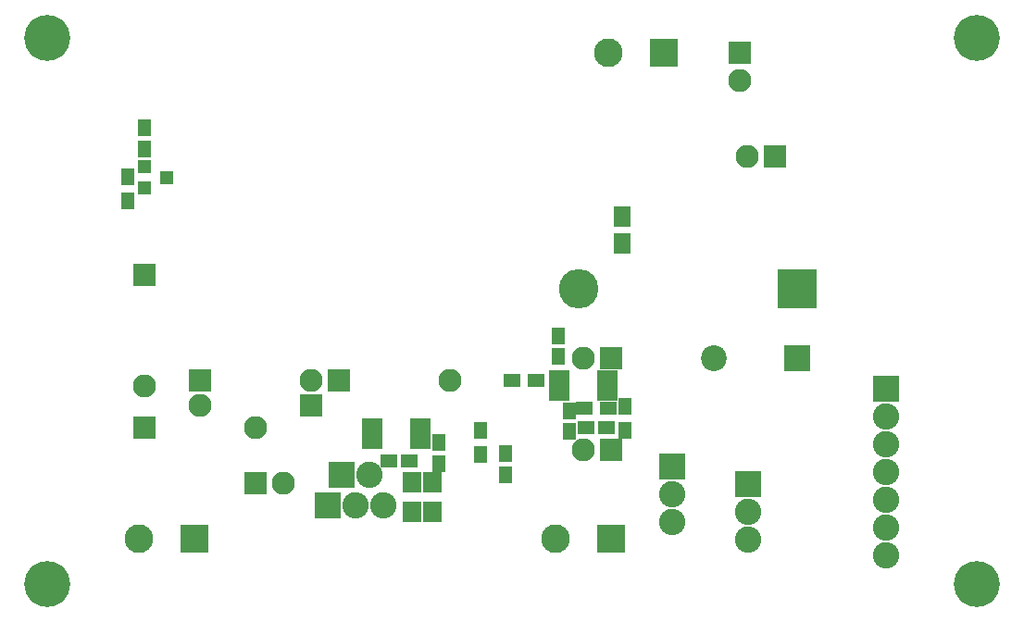
<source format=gbr>
G04 #@! TF.GenerationSoftware,KiCad,Pcbnew,(5.0.0)*
G04 #@! TF.CreationDate,2018-10-21T14:19:47+08:00*
G04 #@! TF.ProjectId,PSU 4CH V1_PCBV2,505355203443482056315F5043425632,rev?*
G04 #@! TF.SameCoordinates,Original*
G04 #@! TF.FileFunction,Soldermask,Bot*
G04 #@! TF.FilePolarity,Negative*
%FSLAX46Y46*%
G04 Gerber Fmt 4.6, Leading zero omitted, Abs format (unit mm)*
G04 Created by KiCad (PCBNEW (5.0.0)) date 10/21/18 14:19:47*
%MOMM*%
%LPD*%
G01*
G04 APERTURE LIST*
%ADD10R,1.600000X1.150000*%
%ADD11R,1.150000X1.600000*%
%ADD12C,2.116000*%
%ADD13R,2.116000X2.116000*%
%ADD14R,1.650000X1.900000*%
%ADD15O,3.600000X3.600000*%
%ADD16R,3.600000X3.600000*%
%ADD17R,2.416000X2.416000*%
%ADD18C,2.416000*%
%ADD19C,2.616000*%
%ADD20R,2.616000X2.616000*%
%ADD21C,2.362000*%
%ADD22R,2.362000X2.362000*%
%ADD23R,1.300000X1.200000*%
%ADD24R,1.300000X1.600000*%
%ADD25R,1.600000X1.300000*%
%ADD26R,1.700000X1.900000*%
%ADD27R,1.850000X0.850000*%
%ADD28C,4.200000*%
G04 APERTURE END LIST*
D10*
G04 #@! TO.C,C1*
X141224000Y-123698000D03*
X143124000Y-123698000D03*
G04 #@! TD*
D11*
G04 #@! TO.C,C3*
X156718000Y-112268000D03*
X156718000Y-114168000D03*
G04 #@! TD*
G04 #@! TO.C,C4*
X145796000Y-122052000D03*
X145796000Y-123952000D03*
G04 #@! TD*
G04 #@! TO.C,C5*
X151892000Y-123068000D03*
X151892000Y-124968000D03*
G04 #@! TD*
G04 #@! TO.C,C6*
X157734000Y-119126000D03*
X157734000Y-121026000D03*
G04 #@! TD*
G04 #@! TO.C,C7*
X118872000Y-93284000D03*
X118872000Y-95184000D03*
G04 #@! TD*
D12*
G04 #@! TO.C,C9*
X173990000Y-95885000D03*
D13*
X176530000Y-95885000D03*
G04 #@! TD*
G04 #@! TO.C,C10*
X173355000Y-86360000D03*
D12*
X173355000Y-88900000D03*
G04 #@! TD*
D14*
G04 #@! TO.C,C11*
X162560000Y-101366000D03*
X162560000Y-103866000D03*
G04 #@! TD*
D12*
G04 #@! TO.C,C12*
X159004000Y-114300000D03*
D13*
X161544000Y-114300000D03*
G04 #@! TD*
G04 #@! TO.C,C13*
X161544000Y-122682000D03*
D12*
X159004000Y-122682000D03*
G04 #@! TD*
D10*
G04 #@! TO.C,C14*
X161158000Y-120650000D03*
X159258000Y-120650000D03*
G04 #@! TD*
D12*
G04 #@! TO.C,C15*
X131572000Y-125730000D03*
D13*
X129032000Y-125730000D03*
G04 #@! TD*
D12*
G04 #@! TO.C,D1*
X146812000Y-116332000D03*
D13*
X136652520Y-116334540D03*
G04 #@! TD*
G04 #@! TO.C,D2*
X123952520Y-116329460D03*
D12*
X134112000Y-116332000D03*
G04 #@! TD*
G04 #@! TO.C,D3*
X123952000Y-118618000D03*
D13*
X134111480Y-118620540D03*
G04 #@! TD*
D12*
G04 #@! TO.C,D4*
X129032000Y-120650000D03*
D13*
X118872520Y-120647460D03*
G04 #@! TD*
G04 #@! TO.C,D5*
X118869460Y-106680520D03*
D12*
X118872000Y-116840000D03*
G04 #@! TD*
D15*
G04 #@! TO.C,D6*
X158562000Y-107950000D03*
D16*
X178562000Y-107950000D03*
G04 #@! TD*
D17*
G04 #@! TO.C,DAC1*
X167132000Y-124206000D03*
D18*
X167132000Y-126746000D03*
X167132000Y-129286000D03*
G04 #@! TD*
G04 #@! TO.C,DAC2*
X174117000Y-130937000D03*
X174117000Y-128397000D03*
D17*
X174117000Y-125857000D03*
G04 #@! TD*
D18*
G04 #@! TO.C,J1*
X186690000Y-132334000D03*
X186690000Y-129794000D03*
X186690000Y-127254000D03*
X186690000Y-124714000D03*
X186690000Y-122174000D03*
X186690000Y-119634000D03*
D17*
X186690000Y-117094000D03*
G04 #@! TD*
D19*
G04 #@! TO.C,J2*
X118364000Y-130810000D03*
D20*
X123444000Y-130810000D03*
G04 #@! TD*
D18*
G04 #@! TO.C,J3*
X139446000Y-124968000D03*
D17*
X136906000Y-124968000D03*
G04 #@! TD*
D20*
G04 #@! TO.C,J4*
X161544000Y-130810000D03*
D19*
X156464000Y-130810000D03*
G04 #@! TD*
D18*
G04 #@! TO.C,J5*
X140716000Y-127762000D03*
X138176000Y-127762000D03*
D17*
X135636000Y-127762000D03*
G04 #@! TD*
D19*
G04 #@! TO.C,J6*
X161290000Y-86360000D03*
D20*
X166370000Y-86360000D03*
G04 #@! TD*
D21*
G04 #@! TO.C,L1*
X170942000Y-114300000D03*
D22*
X178562000Y-114300000D03*
G04 #@! TD*
D23*
G04 #@! TO.C,Q1*
X120888000Y-97790000D03*
X118888000Y-96840000D03*
X118888000Y-98740000D03*
G04 #@! TD*
D24*
G04 #@! TO.C,R1*
X162814000Y-120904000D03*
X162814000Y-118704000D03*
G04 #@! TD*
D25*
G04 #@! TO.C,R2*
X159090000Y-118872000D03*
X161290000Y-118872000D03*
G04 #@! TD*
D24*
G04 #@! TO.C,R3*
X117348000Y-99906000D03*
X117348000Y-97706000D03*
G04 #@! TD*
D26*
G04 #@! TO.C,R12*
X145200799Y-125688799D03*
X145200799Y-128388799D03*
G04 #@! TD*
G04 #@! TO.C,R13*
X143320799Y-128388799D03*
X143320799Y-125688799D03*
G04 #@! TD*
D24*
G04 #@! TO.C,R15*
X149606000Y-123104000D03*
X149606000Y-120904000D03*
G04 #@! TD*
D25*
G04 #@! TO.C,R18*
X154686000Y-116332000D03*
X152486000Y-116332000D03*
G04 #@! TD*
D27*
G04 #@! TO.C,U1*
X144100000Y-120254000D03*
X144100000Y-120904000D03*
X144100000Y-121554000D03*
X144100000Y-122204000D03*
X139700000Y-122204000D03*
X139700000Y-121554000D03*
X139700000Y-120904000D03*
X139700000Y-120254000D03*
G04 #@! TD*
G04 #@! TO.C,U3*
X161204000Y-115865000D03*
X161204000Y-116515000D03*
X161204000Y-117165000D03*
X161204000Y-117815000D03*
X156804000Y-117815000D03*
X156804000Y-117165000D03*
X156804000Y-116515000D03*
X156804000Y-115865000D03*
G04 #@! TD*
D28*
G04 #@! TO.C,REF\002A\002A*
X110000000Y-135000000D03*
G04 #@! TD*
G04 #@! TO.C,REF\002A\002A*
X195000000Y-135000000D03*
G04 #@! TD*
G04 #@! TO.C,REF\002A\002A*
X195000000Y-85000000D03*
G04 #@! TD*
G04 #@! TO.C,REF\002A\002A*
X110000000Y-85000000D03*
G04 #@! TD*
M02*

</source>
